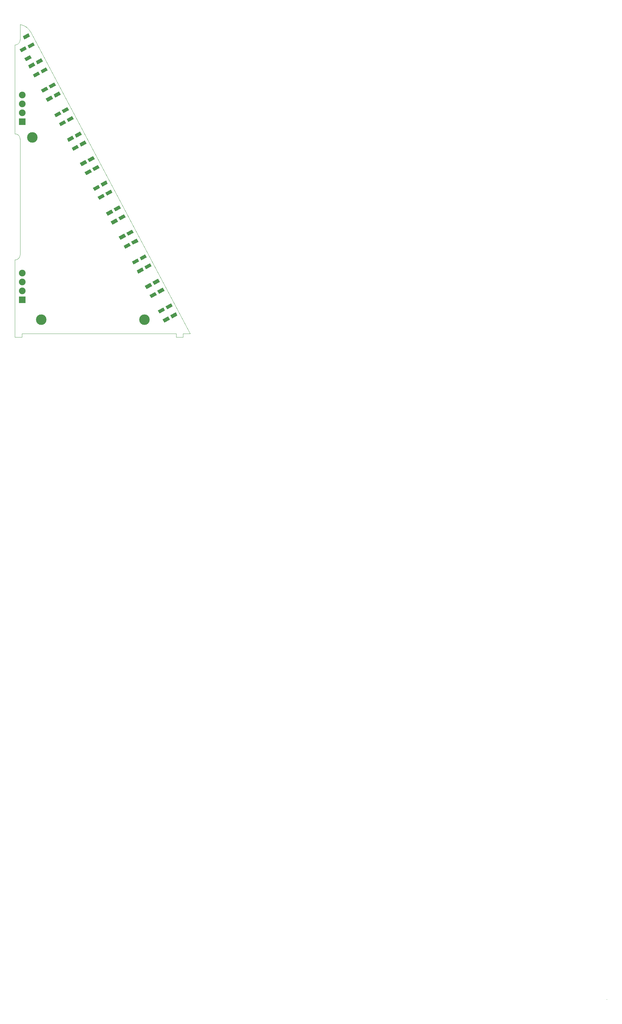
<source format=gbs>
%TF.GenerationSoftware,KiCad,Pcbnew,(5.1.6-0-10_14)*%
%TF.CreationDate,2020-10-15T13:56:33+02:00*%
%TF.ProjectId,nowae031,6e6f7761-6530-4333-912e-6b696361645f,0*%
%TF.SameCoordinates,Original*%
%TF.FileFunction,Soldermask,Bot*%
%TF.FilePolarity,Negative*%
%FSLAX46Y46*%
G04 Gerber Fmt 4.6, Leading zero omitted, Abs format (unit mm)*
G04 Created by KiCad (PCBNEW (5.1.6-0-10_14)) date 2020-10-15 13:56:33*
%MOMM*%
%LPD*%
G01*
G04 APERTURE LIST*
%TA.AperFunction,Profile*%
%ADD10C,0.050000*%
%TD*%
%TA.AperFunction,Profile*%
%ADD11C,0.200000*%
%TD*%
%ADD12C,3.000000*%
%ADD13C,0.100000*%
%ADD14C,1.900000*%
%ADD15R,1.900000X1.900000*%
G04 APERTURE END LIST*
D10*
X101490000Y-45190000D02*
G75*
G02*
X99990000Y-46690000I-1500000J0D01*
G01*
X99990000Y-72000000D02*
G75*
G02*
X101490000Y-73500000I0J-1500000D01*
G01*
X99990000Y-72000000D02*
X99990000Y-46690000D01*
X100000000Y-130000000D02*
X100000000Y-108000000D01*
X101500000Y-106500000D02*
G75*
G02*
X100000000Y-108000000I-1500000J0D01*
G01*
X101490000Y-73500000D02*
X101500000Y-106500000D01*
X101499908Y-40830540D02*
X101490000Y-45190000D01*
X101499908Y-40830540D02*
G75*
G02*
X104449999Y-42900001I-709908J-4149460D01*
G01*
X104449243Y-42900000D02*
X150000000Y-129000000D01*
X148000000Y-129000000D02*
X150000000Y-129000000D01*
X148000000Y-130000000D02*
X148000000Y-129000000D01*
X146000000Y-130000000D02*
X148000000Y-130000000D01*
X146000000Y-129000000D02*
X146000000Y-130000000D01*
X102000000Y-129000000D02*
X146000000Y-129000000D01*
X102000000Y-130000000D02*
X102000000Y-129000000D01*
X100000000Y-130000000D02*
X102000000Y-130000000D01*
D11*
X268944859Y-318881889D02*
X268944859Y-318881889D01*
D12*
%TO.C,VAL\u002A\u002A*%
X105000000Y-73000000D03*
%TD*%
%TO.C,VAL\u002A\u002A*%
X137000000Y-125000000D03*
%TD*%
%TO.C,VAL\u002A\u002A*%
X107490000Y-125000000D03*
%TD*%
D13*
%TO.C,DL102*%
G36*
X102239877Y-44200777D02*
G01*
X103829183Y-43355728D01*
X104298655Y-44238675D01*
X102709349Y-45083724D01*
X102239877Y-44200777D01*
G37*
G36*
X103601345Y-46761325D02*
G01*
X105190651Y-45916276D01*
X105660123Y-46799223D01*
X104070817Y-47644272D01*
X103601345Y-46761325D01*
G37*
%TD*%
%TO.C,DL104*%
G36*
X105939877Y-51300777D02*
G01*
X107529183Y-50455728D01*
X107998655Y-51338675D01*
X106409349Y-52183724D01*
X105939877Y-51300777D01*
G37*
G36*
X107301345Y-53861325D02*
G01*
X108890651Y-53016276D01*
X109360123Y-53899223D01*
X107770817Y-54744272D01*
X107301345Y-53861325D01*
G37*
%TD*%
%TO.C,DL106*%
G36*
X109659143Y-58220503D02*
G01*
X111248449Y-57375454D01*
X111717921Y-58258401D01*
X110128615Y-59103450D01*
X109659143Y-58220503D01*
G37*
G36*
X111020611Y-60781051D02*
G01*
X112609917Y-59936002D01*
X113079389Y-60818949D01*
X111490083Y-61663998D01*
X111020611Y-60781051D01*
G37*
%TD*%
%TO.C,DL108*%
G36*
X113384140Y-65225777D02*
G01*
X114973446Y-64380728D01*
X115442918Y-65263675D01*
X113853612Y-66108724D01*
X113384140Y-65225777D01*
G37*
G36*
X114745608Y-67786325D02*
G01*
X116334914Y-66941276D01*
X116804386Y-67824223D01*
X115215080Y-68669272D01*
X114745608Y-67786325D01*
G37*
%TD*%
%TO.C,DL110*%
G36*
X117039877Y-72200777D02*
G01*
X118629183Y-71355728D01*
X119098655Y-72238675D01*
X117509349Y-73083724D01*
X117039877Y-72200777D01*
G37*
G36*
X118401345Y-74761325D02*
G01*
X119990651Y-73916276D01*
X120460123Y-74799223D01*
X118870817Y-75644272D01*
X118401345Y-74761325D01*
G37*
%TD*%
%TO.C,DL112*%
G36*
X120739877Y-79200777D02*
G01*
X122329183Y-78355728D01*
X122798655Y-79238675D01*
X121209349Y-80083724D01*
X120739877Y-79200777D01*
G37*
G36*
X122101345Y-81761325D02*
G01*
X123690651Y-80916276D01*
X124160123Y-81799223D01*
X122570817Y-82644272D01*
X122101345Y-81761325D01*
G37*
%TD*%
%TO.C,DL114*%
G36*
X124439877Y-86200777D02*
G01*
X126029183Y-85355728D01*
X126498655Y-86238675D01*
X124909349Y-87083724D01*
X124439877Y-86200777D01*
G37*
G36*
X125801345Y-88761325D02*
G01*
X127390651Y-87916276D01*
X127860123Y-88799223D01*
X126270817Y-89644272D01*
X125801345Y-88761325D01*
G37*
%TD*%
%TO.C,DL116*%
G36*
X128189877Y-93250777D02*
G01*
X129779183Y-92405728D01*
X130248655Y-93288675D01*
X128659349Y-94133724D01*
X128189877Y-93250777D01*
G37*
G36*
X129551345Y-95811325D02*
G01*
X131140651Y-94966276D01*
X131610123Y-95849223D01*
X130020817Y-96694272D01*
X129551345Y-95811325D01*
G37*
%TD*%
%TO.C,DL118*%
G36*
X131839877Y-100200777D02*
G01*
X133429183Y-99355728D01*
X133898655Y-100238675D01*
X132309349Y-101083724D01*
X131839877Y-100200777D01*
G37*
G36*
X133201345Y-102761325D02*
G01*
X134790651Y-101916276D01*
X135260123Y-102799223D01*
X133670817Y-103644272D01*
X133201345Y-102761325D01*
G37*
%TD*%
%TO.C,DL120*%
G36*
X135589877Y-107200777D02*
G01*
X137179183Y-106355728D01*
X137648655Y-107238675D01*
X136059349Y-108083724D01*
X135589877Y-107200777D01*
G37*
G36*
X136951345Y-109761325D02*
G01*
X138540651Y-108916276D01*
X139010123Y-109799223D01*
X137420817Y-110644272D01*
X136951345Y-109761325D01*
G37*
%TD*%
%TO.C,DL122*%
G36*
X139289877Y-114200777D02*
G01*
X140879183Y-113355728D01*
X141348655Y-114238675D01*
X139759349Y-115083724D01*
X139289877Y-114200777D01*
G37*
G36*
X140651345Y-116761325D02*
G01*
X142240651Y-115916276D01*
X142710123Y-116799223D01*
X141120817Y-117644272D01*
X140651345Y-116761325D01*
G37*
%TD*%
%TO.C,DL124*%
G36*
X142989877Y-121200777D02*
G01*
X144579183Y-120355728D01*
X145048655Y-121238675D01*
X143459349Y-122083724D01*
X142989877Y-121200777D01*
G37*
G36*
X144351345Y-123761325D02*
G01*
X145940651Y-122916276D01*
X146410123Y-123799223D01*
X144820817Y-124644272D01*
X144351345Y-123761325D01*
G37*
%TD*%
%TO.C,R102*%
G36*
X102701345Y-50411325D02*
G01*
X104290651Y-49566276D01*
X104760123Y-50449223D01*
X103170817Y-51294272D01*
X102701345Y-50411325D01*
G37*
G36*
X101339877Y-47850777D02*
G01*
X102929183Y-47005728D01*
X103398655Y-47888675D01*
X101809349Y-48733724D01*
X101339877Y-47850777D01*
G37*
%TD*%
%TO.C,R104*%
G36*
X105101345Y-55061325D02*
G01*
X106690651Y-54216276D01*
X107160123Y-55099223D01*
X105570817Y-55944272D01*
X105101345Y-55061325D01*
G37*
G36*
X103739877Y-52500777D02*
G01*
X105329183Y-51655728D01*
X105798655Y-52538675D01*
X104209349Y-53383724D01*
X103739877Y-52500777D01*
G37*
%TD*%
%TO.C,R106*%
G36*
X108801345Y-61961325D02*
G01*
X110390651Y-61116276D01*
X110860123Y-61999223D01*
X109270817Y-62844272D01*
X108801345Y-61961325D01*
G37*
G36*
X107439877Y-59400777D02*
G01*
X109029183Y-58555728D01*
X109498655Y-59438675D01*
X107909349Y-60283724D01*
X107439877Y-59400777D01*
G37*
%TD*%
%TO.C,R108*%
G36*
X112551345Y-68961325D02*
G01*
X114140651Y-68116276D01*
X114610123Y-68999223D01*
X113020817Y-69844272D01*
X112551345Y-68961325D01*
G37*
G36*
X111189877Y-66400777D02*
G01*
X112779183Y-65555728D01*
X113248655Y-66438675D01*
X111659349Y-67283724D01*
X111189877Y-66400777D01*
G37*
%TD*%
%TO.C,R110*%
G36*
X116201345Y-75961325D02*
G01*
X117790651Y-75116276D01*
X118260123Y-75999223D01*
X116670817Y-76844272D01*
X116201345Y-75961325D01*
G37*
G36*
X114839877Y-73400777D02*
G01*
X116429183Y-72555728D01*
X116898655Y-73438675D01*
X115309349Y-74283724D01*
X114839877Y-73400777D01*
G37*
%TD*%
%TO.C,R112*%
G36*
X119901345Y-82911325D02*
G01*
X121490651Y-82066276D01*
X121960123Y-82949223D01*
X120370817Y-83794272D01*
X119901345Y-82911325D01*
G37*
G36*
X118539877Y-80350777D02*
G01*
X120129183Y-79505728D01*
X120598655Y-80388675D01*
X119009349Y-81233724D01*
X118539877Y-80350777D01*
G37*
%TD*%
%TO.C,R114*%
G36*
X123601345Y-89961325D02*
G01*
X125190651Y-89116276D01*
X125660123Y-89999223D01*
X124070817Y-90844272D01*
X123601345Y-89961325D01*
G37*
G36*
X122239877Y-87400777D02*
G01*
X123829183Y-86555728D01*
X124298655Y-87438675D01*
X122709349Y-88283724D01*
X122239877Y-87400777D01*
G37*
%TD*%
%TO.C,R116*%
G36*
X127357082Y-97036325D02*
G01*
X128946388Y-96191276D01*
X129415860Y-97074223D01*
X127826554Y-97919272D01*
X127357082Y-97036325D01*
G37*
G36*
X125995614Y-94475777D02*
G01*
X127584920Y-93630728D01*
X128054392Y-94513675D01*
X126465086Y-95358724D01*
X125995614Y-94475777D01*
G37*
%TD*%
%TO.C,R118*%
G36*
X131001345Y-103911325D02*
G01*
X132590651Y-103066276D01*
X133060123Y-103949223D01*
X131470817Y-104794272D01*
X131001345Y-103911325D01*
G37*
G36*
X129639877Y-101350777D02*
G01*
X131229183Y-100505728D01*
X131698655Y-101388675D01*
X130109349Y-102233724D01*
X129639877Y-101350777D01*
G37*
%TD*%
%TO.C,R120*%
G36*
X134757082Y-110986325D02*
G01*
X136346388Y-110141276D01*
X136815860Y-111024223D01*
X135226554Y-111869272D01*
X134757082Y-110986325D01*
G37*
G36*
X133395614Y-108425777D02*
G01*
X134984920Y-107580728D01*
X135454392Y-108463675D01*
X133865086Y-109308724D01*
X133395614Y-108425777D01*
G37*
%TD*%
%TO.C,R122*%
G36*
X138451345Y-117961325D02*
G01*
X140040651Y-117116276D01*
X140510123Y-117999223D01*
X138920817Y-118844272D01*
X138451345Y-117961325D01*
G37*
G36*
X137089877Y-115400777D02*
G01*
X138679183Y-114555728D01*
X139148655Y-115438675D01*
X137559349Y-116283724D01*
X137089877Y-115400777D01*
G37*
%TD*%
%TO.C,R124*%
G36*
X142151345Y-124961325D02*
G01*
X143740651Y-124116276D01*
X144210123Y-124999223D01*
X142620817Y-125844272D01*
X142151345Y-124961325D01*
G37*
G36*
X140789877Y-122400777D02*
G01*
X142379183Y-121555728D01*
X142848655Y-122438675D01*
X141259349Y-123283724D01*
X140789877Y-122400777D01*
G37*
%TD*%
D14*
%TO.C,P102*%
X102100000Y-116770000D03*
X102100000Y-114230000D03*
D15*
X102100000Y-119310000D03*
D14*
X102100000Y-111690000D03*
%TD*%
%TO.C,P101*%
X102100000Y-60890000D03*
D15*
X102100000Y-68510000D03*
D14*
X102100000Y-63430000D03*
X102100000Y-65970000D03*
%TD*%
M02*

</source>
